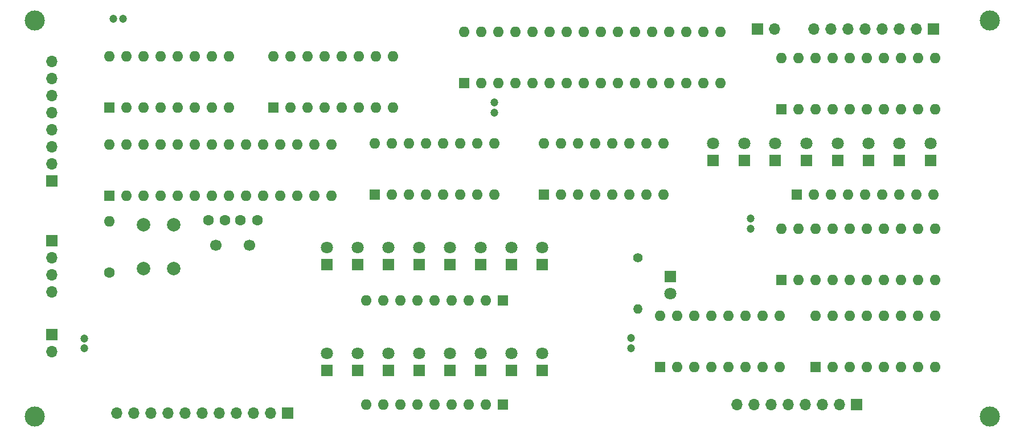
<source format=gbr>
%TF.GenerationSoftware,KiCad,Pcbnew,(5.1.9-0-10_14)*%
%TF.CreationDate,2021-05-02T01:57:54-04:00*%
%TF.ProjectId,RAM_PROGRAMMER,52414d5f-5052-44f4-9752-414d4d45522e,rev?*%
%TF.SameCoordinates,Original*%
%TF.FileFunction,Soldermask,Top*%
%TF.FilePolarity,Negative*%
%FSLAX46Y46*%
G04 Gerber Fmt 4.6, Leading zero omitted, Abs format (unit mm)*
G04 Created by KiCad (PCBNEW (5.1.9-0-10_14)) date 2021-05-02 01:57:54*
%MOMM*%
%LPD*%
G01*
G04 APERTURE LIST*
%ADD10O,1.400000X1.400000*%
%ADD11C,1.400000*%
%ADD12C,1.800000*%
%ADD13R,1.800000X1.800000*%
%ADD14O,1.700000X1.700000*%
%ADD15R,1.700000X1.700000*%
%ADD16C,1.200000*%
%ADD17O,1.600000X1.600000*%
%ADD18R,1.600000X1.600000*%
%ADD19C,3.000000*%
%ADD20C,1.700000*%
%ADD21C,2.000000*%
%ADD22C,1.600000*%
G04 APERTURE END LIST*
D10*
%TO.C,R2*%
X174220000Y-122174000D03*
D11*
X174220000Y-114554000D03*
%TD*%
D12*
%TO.C,D25*%
X179046000Y-119888000D03*
D13*
X179046000Y-117348000D03*
%TD*%
D14*
%TO.C,J7*%
X96750000Y-137668000D03*
X99290000Y-137668000D03*
X101830000Y-137668000D03*
X104370000Y-137668000D03*
X106910000Y-137668000D03*
X109450000Y-137668000D03*
X111990000Y-137668000D03*
X114530000Y-137668000D03*
X117070000Y-137668000D03*
X119610000Y-137668000D03*
D15*
X122150000Y-137668000D03*
%TD*%
D14*
%TO.C,J6*%
X87098000Y-119634000D03*
X87098000Y-117094000D03*
X87098000Y-114554000D03*
D15*
X87098000Y-112014000D03*
%TD*%
D16*
%TO.C,C7*%
X97742000Y-78994000D03*
X96242000Y-78994000D03*
%TD*%
D14*
%TO.C,J5*%
X194540000Y-80518000D03*
D15*
X192000000Y-80518000D03*
%TD*%
D17*
%TO.C,U10*%
X195556000Y-84836000D03*
X218416000Y-92456000D03*
X198096000Y-84836000D03*
X215876000Y-92456000D03*
X200636000Y-84836000D03*
X213336000Y-92456000D03*
X203176000Y-84836000D03*
X210796000Y-92456000D03*
X205716000Y-84836000D03*
X208256000Y-92456000D03*
X208256000Y-84836000D03*
X205716000Y-92456000D03*
X210796000Y-84836000D03*
X203176000Y-92456000D03*
X213336000Y-84836000D03*
X200636000Y-92456000D03*
X215876000Y-84836000D03*
X198096000Y-92456000D03*
X218416000Y-84836000D03*
D18*
X195556000Y-92456000D03*
%TD*%
D16*
%TO.C,C6*%
X173204000Y-127992000D03*
X173204000Y-126492000D03*
%TD*%
D14*
%TO.C,J4*%
X200382000Y-80518000D03*
X202922000Y-80518000D03*
X205462000Y-80518000D03*
X208002000Y-80518000D03*
X210542000Y-80518000D03*
X213082000Y-80518000D03*
X215622000Y-80518000D03*
D15*
X218162000Y-80518000D03*
%TD*%
D19*
%TO.C,REF\u002A\u002A*%
X226544000Y-79248000D03*
%TD*%
%TO.C,REF\u002A\u002A*%
X226544000Y-138176000D03*
%TD*%
%TO.C,REF\u002A\u002A*%
X84558000Y-138176000D03*
%TD*%
%TO.C,REF\u002A\u002A*%
X84558000Y-79248000D03*
%TD*%
D20*
%TO.C,Y1*%
X116558000Y-112698000D03*
X111558000Y-112698000D03*
%TD*%
D17*
%TO.C,U9*%
X177546000Y-123190000D03*
X195326000Y-130810000D03*
X180086000Y-123190000D03*
X192786000Y-130810000D03*
X182626000Y-123190000D03*
X190246000Y-130810000D03*
X185166000Y-123190000D03*
X187706000Y-130810000D03*
X187706000Y-123190000D03*
X185166000Y-130810000D03*
X190246000Y-123190000D03*
X182626000Y-130810000D03*
X192786000Y-123190000D03*
X180086000Y-130810000D03*
X195326000Y-123190000D03*
D18*
X177546000Y-130810000D03*
%TD*%
D17*
%TO.C,U8*%
X200660000Y-123190000D03*
X218440000Y-130810000D03*
X203200000Y-123190000D03*
X215900000Y-130810000D03*
X205740000Y-123190000D03*
X213360000Y-130810000D03*
X208280000Y-123190000D03*
X210820000Y-130810000D03*
X210820000Y-123190000D03*
X208280000Y-130810000D03*
X213360000Y-123190000D03*
X205740000Y-130810000D03*
X215900000Y-123190000D03*
X203200000Y-130810000D03*
X218440000Y-123190000D03*
D18*
X200660000Y-130810000D03*
%TD*%
D17*
%TO.C,U7*%
X95710000Y-84582000D03*
X113490000Y-92202000D03*
X98250000Y-84582000D03*
X110950000Y-92202000D03*
X100790000Y-84582000D03*
X108410000Y-92202000D03*
X103330000Y-84582000D03*
X105870000Y-92202000D03*
X105870000Y-84582000D03*
X103330000Y-92202000D03*
X108410000Y-84582000D03*
X100790000Y-92202000D03*
X110950000Y-84582000D03*
X98250000Y-92202000D03*
X113490000Y-84582000D03*
D18*
X95710000Y-92202000D03*
%TD*%
D17*
%TO.C,U6*%
X120094000Y-84582000D03*
X137874000Y-92202000D03*
X122634000Y-84582000D03*
X135334000Y-92202000D03*
X125174000Y-84582000D03*
X132794000Y-92202000D03*
X127714000Y-84582000D03*
X130254000Y-92202000D03*
X130254000Y-84582000D03*
X127714000Y-92202000D03*
X132794000Y-84582000D03*
X125174000Y-92202000D03*
X135334000Y-84582000D03*
X122634000Y-92202000D03*
X137874000Y-84582000D03*
D18*
X120094000Y-92202000D03*
%TD*%
%TO.C,U5*%
X160274000Y-105156000D03*
D17*
X178054000Y-97536000D03*
X162814000Y-105156000D03*
X175514000Y-97536000D03*
X165354000Y-105156000D03*
X172974000Y-97536000D03*
X167894000Y-105156000D03*
X170434000Y-97536000D03*
X170434000Y-105156000D03*
X167894000Y-97536000D03*
X172974000Y-105156000D03*
X165354000Y-97536000D03*
X175514000Y-105156000D03*
X162814000Y-97536000D03*
X178054000Y-105156000D03*
X160274000Y-97536000D03*
%TD*%
%TO.C,U4*%
X195556000Y-110236000D03*
X218416000Y-117856000D03*
X198096000Y-110236000D03*
X215876000Y-117856000D03*
X200636000Y-110236000D03*
X213336000Y-117856000D03*
X203176000Y-110236000D03*
X210796000Y-117856000D03*
X205716000Y-110236000D03*
X208256000Y-117856000D03*
X208256000Y-110236000D03*
X205716000Y-117856000D03*
X210796000Y-110236000D03*
X203176000Y-117856000D03*
X213336000Y-110236000D03*
X200636000Y-117856000D03*
X215876000Y-110236000D03*
X198096000Y-117856000D03*
X218416000Y-110236000D03*
D18*
X195556000Y-117856000D03*
%TD*%
D17*
%TO.C,U3*%
X135128000Y-97536000D03*
X152908000Y-105156000D03*
X137668000Y-97536000D03*
X150368000Y-105156000D03*
X140208000Y-97536000D03*
X147828000Y-105156000D03*
X142748000Y-97536000D03*
X145288000Y-105156000D03*
X145288000Y-97536000D03*
X142748000Y-105156000D03*
X147828000Y-97536000D03*
X140208000Y-105156000D03*
X150368000Y-97536000D03*
X137668000Y-105156000D03*
X152908000Y-97536000D03*
D18*
X135128000Y-105156000D03*
%TD*%
D17*
%TO.C,U2*%
X148410000Y-80946000D03*
X186510000Y-88566000D03*
X150950000Y-80946000D03*
X183970000Y-88566000D03*
X153490000Y-80946000D03*
X181430000Y-88566000D03*
X156030000Y-80946000D03*
X178890000Y-88566000D03*
X158570000Y-80946000D03*
X176350000Y-88566000D03*
X161110000Y-80946000D03*
X173810000Y-88566000D03*
X163650000Y-80946000D03*
X171270000Y-88566000D03*
X166190000Y-80946000D03*
X168730000Y-88566000D03*
X168730000Y-80946000D03*
X166190000Y-88566000D03*
X171270000Y-80946000D03*
X163650000Y-88566000D03*
X173810000Y-80946000D03*
X161110000Y-88566000D03*
X176350000Y-80946000D03*
X158570000Y-88566000D03*
X178890000Y-80946000D03*
X156030000Y-88566000D03*
X181430000Y-80946000D03*
X153490000Y-88566000D03*
X183970000Y-80946000D03*
X150950000Y-88566000D03*
X186510000Y-80946000D03*
D18*
X148410000Y-88566000D03*
%TD*%
D17*
%TO.C,U1*%
X95664000Y-97670000D03*
X128684000Y-105290000D03*
X98204000Y-97670000D03*
X126144000Y-105290000D03*
X100744000Y-97670000D03*
X123604000Y-105290000D03*
X103284000Y-97670000D03*
X121064000Y-105290000D03*
X105824000Y-97670000D03*
X118524000Y-105290000D03*
X108364000Y-97670000D03*
X115984000Y-105290000D03*
X110904000Y-97670000D03*
X113444000Y-105290000D03*
X113444000Y-97670000D03*
X110904000Y-105290000D03*
X115984000Y-97670000D03*
X108364000Y-105290000D03*
X118524000Y-97670000D03*
X105824000Y-105290000D03*
X121064000Y-97670000D03*
X103284000Y-105290000D03*
X123604000Y-97670000D03*
X100744000Y-105290000D03*
X126144000Y-97670000D03*
X98204000Y-105290000D03*
X128684000Y-97670000D03*
D18*
X95664000Y-105290000D03*
%TD*%
D21*
%TO.C,SW1*%
X105230000Y-116174000D03*
X100730000Y-116174000D03*
X105230000Y-109674000D03*
X100730000Y-109674000D03*
%TD*%
D17*
%TO.C,RN3*%
X133834000Y-120904000D03*
X136374000Y-120904000D03*
X138914000Y-120904000D03*
X141454000Y-120904000D03*
X143994000Y-120904000D03*
X146534000Y-120904000D03*
X149074000Y-120904000D03*
X151614000Y-120904000D03*
D18*
X154154000Y-120904000D03*
%TD*%
D17*
%TO.C,RN2*%
X133858000Y-136398000D03*
X136398000Y-136398000D03*
X138938000Y-136398000D03*
X141478000Y-136398000D03*
X144018000Y-136398000D03*
X146558000Y-136398000D03*
X149098000Y-136398000D03*
X151638000Y-136398000D03*
D18*
X154178000Y-136398000D03*
%TD*%
D17*
%TO.C,RN1*%
X218162000Y-105156000D03*
X215622000Y-105156000D03*
X213082000Y-105156000D03*
X210542000Y-105156000D03*
X208002000Y-105156000D03*
X205462000Y-105156000D03*
X202922000Y-105156000D03*
X200382000Y-105156000D03*
D18*
X197842000Y-105156000D03*
%TD*%
D17*
%TO.C,R1*%
X95730000Y-109154000D03*
D22*
X95730000Y-116774000D03*
%TD*%
D14*
%TO.C,J3*%
X188952000Y-136398000D03*
X191492000Y-136398000D03*
X194032000Y-136398000D03*
X196572000Y-136398000D03*
X199112000Y-136398000D03*
X201652000Y-136398000D03*
X204192000Y-136398000D03*
D15*
X206732000Y-136398000D03*
%TD*%
D14*
%TO.C,J2*%
X87098000Y-85368000D03*
X87098000Y-87908000D03*
X87098000Y-90448000D03*
X87098000Y-92988000D03*
X87098000Y-95528000D03*
X87098000Y-98068000D03*
X87098000Y-100608000D03*
D15*
X87098000Y-103148000D03*
%TD*%
D14*
%TO.C,J1*%
X87098000Y-128524000D03*
D15*
X87098000Y-125984000D03*
%TD*%
D12*
%TO.C,D24*%
X160020000Y-113030000D03*
D13*
X160020000Y-115570000D03*
%TD*%
D12*
%TO.C,D23*%
X160020000Y-128778000D03*
D13*
X160020000Y-131318000D03*
%TD*%
D12*
%TO.C,D22*%
X155448000Y-113030000D03*
D13*
X155448000Y-115570000D03*
%TD*%
D12*
%TO.C,D21*%
X155448000Y-128778000D03*
D13*
X155448000Y-131318000D03*
%TD*%
D12*
%TO.C,D20*%
X150876000Y-113030000D03*
D13*
X150876000Y-115570000D03*
%TD*%
D12*
%TO.C,D19*%
X150876000Y-128778000D03*
D13*
X150876000Y-131318000D03*
%TD*%
D12*
%TO.C,D18*%
X146304000Y-113030000D03*
D13*
X146304000Y-115570000D03*
%TD*%
D12*
%TO.C,D17*%
X146304000Y-128778000D03*
D13*
X146304000Y-131318000D03*
%TD*%
D12*
%TO.C,D16*%
X141732000Y-113030000D03*
D13*
X141732000Y-115570000D03*
%TD*%
D12*
%TO.C,D15*%
X141732000Y-128778000D03*
D13*
X141732000Y-131318000D03*
%TD*%
D12*
%TO.C,D14*%
X137160000Y-113030000D03*
D13*
X137160000Y-115570000D03*
%TD*%
D12*
%TO.C,D13*%
X137160000Y-128778000D03*
D13*
X137160000Y-131318000D03*
%TD*%
D12*
%TO.C,D12*%
X132588000Y-113030000D03*
D13*
X132588000Y-115570000D03*
%TD*%
D12*
%TO.C,D11*%
X132588000Y-128778000D03*
D13*
X132588000Y-131318000D03*
%TD*%
D12*
%TO.C,D10*%
X128016000Y-113030000D03*
D13*
X128016000Y-115570000D03*
%TD*%
D12*
%TO.C,D9*%
X128016000Y-128778000D03*
D13*
X128016000Y-131318000D03*
%TD*%
D12*
%TO.C,D8*%
X217754000Y-97572000D03*
D13*
X217754000Y-100112000D03*
%TD*%
D12*
%TO.C,D7*%
X213154000Y-97572000D03*
D13*
X213154000Y-100112000D03*
%TD*%
D12*
%TO.C,D6*%
X208554000Y-97572000D03*
D13*
X208554000Y-100112000D03*
%TD*%
D12*
%TO.C,D5*%
X203954000Y-97572000D03*
D13*
X203954000Y-100112000D03*
%TD*%
D12*
%TO.C,D4*%
X199354000Y-97572000D03*
D13*
X199354000Y-100112000D03*
%TD*%
D12*
%TO.C,D3*%
X194704000Y-97572000D03*
D13*
X194704000Y-100112000D03*
%TD*%
D12*
%TO.C,D2*%
X190054000Y-97572000D03*
D13*
X190054000Y-100112000D03*
%TD*%
D12*
%TO.C,D1*%
X185404000Y-97572000D03*
D13*
X185404000Y-100112000D03*
%TD*%
D16*
%TO.C,C5*%
X190984000Y-108736000D03*
X190984000Y-110236000D03*
%TD*%
%TO.C,C4*%
X152884000Y-91464000D03*
X152884000Y-92964000D03*
%TD*%
%TO.C,C3*%
X91948000Y-126550000D03*
X91948000Y-128050000D03*
%TD*%
D22*
%TO.C,C2*%
X115178000Y-108952000D03*
X117678000Y-108952000D03*
%TD*%
%TO.C,C1*%
X112916000Y-108966000D03*
X110416000Y-108966000D03*
%TD*%
M02*

</source>
